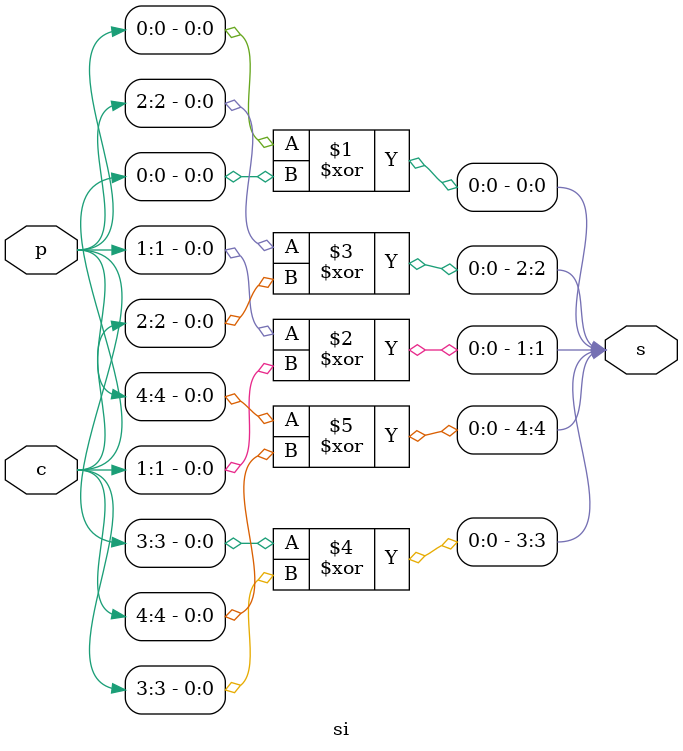
<source format=v>
module si (
    input  wire [4:0] p,        // Propagate signals
    input  wire [4:0] c,        // Carry signals (c[0]=cin, c[1]=c1, c[2]=c2, c[3]=c3, c[4]=c4)
    output wire [4:0] s         // Sum outputs
);
    // Sum: S_i = P_i XOR C_i
    assign s[0] = p[0] ^ c[0];
    assign s[1] = p[1] ^ c[1];
    assign s[2] = p[2] ^ c[2];
    assign s[3] = p[3] ^ c[3];
    assign s[4] = p[4] ^ c[4];
endmodule
</source>
